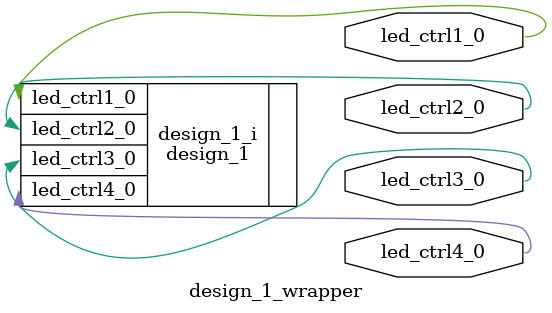
<source format=v>
`timescale 1 ps / 1 ps

module design_1_wrapper
   (led_ctrl1_0,
    led_ctrl2_0,
    led_ctrl3_0,
    led_ctrl4_0);
  output led_ctrl1_0;
  output led_ctrl2_0;
  output led_ctrl3_0;
  output led_ctrl4_0;

  wire led_ctrl1_0;
  wire led_ctrl2_0;
  wire led_ctrl3_0;
  wire led_ctrl4_0;

  design_1 design_1_i
       (.led_ctrl1_0(led_ctrl1_0),
        .led_ctrl2_0(led_ctrl2_0),
        .led_ctrl3_0(led_ctrl3_0),
        .led_ctrl4_0(led_ctrl4_0));
endmodule

</source>
